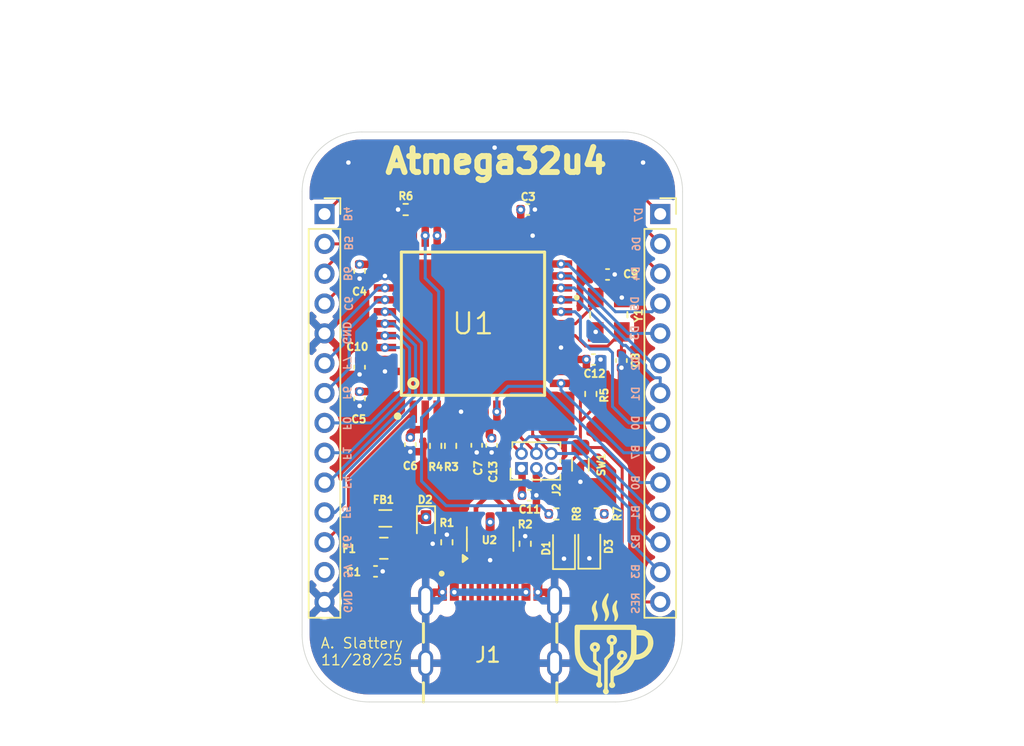
<source format=kicad_pcb>
(kicad_pcb (version 20241229) (generator "pcbnew") (generator_version "9.0")
  (layers (0 "F.Cu" signal) (4 "In1.Cu" signal) (6 "In2.Cu" signal) (2 "B.Cu" signal) (13 "F.Paste" user) (15 "B.Paste" user) (5 "F.SilkS" user "F.Silkscreen") (7 "B.SilkS" user "B.Silkscreen") (1 "F.Mask" user) (3 "B.Mask" user) (25 "Edge.Cuts" user))
  (net 0 "")
  (net 1 "GND")
  (net 2 "Net-(C1-Pad1)")
  (net 3 "MCU_5V")
  (net 4 "Net-(U1-UCAP)")
  (net 5 "Xin")
  (net 6 "Xout")
  (net 7 "Net-(U1-AREF)")
  (net 8 "Net-(D3-A)")
  (net 9 "/VBUS")
  (net 12 "Net-(J1-CC1)")
  (net 13 "Net-(J1-CC2)")
  (net 14 "SCL")
  (net 15 "MOSI")
  (net 16 "/PD2")
  (net 17 "/PB7")
  (net 18 "/PD0")
  (net 19 "/PB4")
  (net 20 "/PB0")
  (net 21 "/PD3")
  (net 22 "/PB5")
  (net 23 "/PB6")
  (net 24 "/PC7")
  (net 25 "MISO")
  (net 26 "/PD1")
  (net 27 "/PC6")
  (net 28 "/PF4")
  (net 29 "/PE6")
  (net 30 "/PD4")
  (net 31 "/PD7")
  (net 32 "/PF5")
  (net 33 "/PD5")
  (net 34 "/PF7")
  (net 35 "/PD6")
  (net 36 "Reset")
  (net 37 "/PF6")
  (net 38 "/PF1")
  (net 39 "/PF0")
  (net 40 "Net-(U1-D+)")
  (net 41 "Net-(U1-D-)")
  (net 42 "Net-(U1-~{HWB}{slash}PE2)")
  (net 43 "Net-(J1-DP1)")
  (net 44 "Net-(J1-DN1)")
  (net 45 "/USB_P")
  (net 46 "/USB_N")
  (net 47 "Net-(D1-A)")
  (footprint "Capacitor_SMD:C_0402_1005Metric" (layer "F.Cu") (at 151.17 109.4)
    (property "Reference" "C1")
    (property "Value" "4.7u")
  )
  (footprint "Capacitor_SMD:C_0402_1005Metric" (layer "F.Cu") (at 166.72 89.5)
    (property "Reference" "C9")
    (property "Value" "22p")
  )
  (footprint "Connector_PinSocket_2.00mm:PinSocket_1x14_P2.00mm_Vertical" (layer "F.Cu") (at 170.25 85.45)
    (property "Reference" "J3" (hide yes))
    (property "Value" "Conn_01x14_Pin")
  )
  (footprint "Footprints:PlaceHolder_Logo" (layer "F.Cu") (at 166.764568 114.226154)
    (property "Reference" "G***" (hide yes))
    (property "Value" "LOGO" (hide yes))
  )
  (footprint "Capacitor_SMD:C_0402_1005Metric" (layer "F.Cu") (at 150.1 97.83 -90)
    (property "Reference" "C5")
    (property "Value" "0.1u")
  )
  (footprint "Resistor_SMD:R_0402_1005Metric" (layer "F.Cu") (at 155.95 107.45 -90)
    (property "Reference" "R1")
    (property "Value" "5.1k")
  )
  (footprint "Connector_PinHeader_1.00mm:PinHeader_2x03_P1.00mm_Vertical" (layer "F.Cu") (at 160.95 102.5 90)
    (property "Reference" "J2")
    (property "Value" "ICSP HEader 2x3")
  )
  (footprint "LED_SMD:LED_0603_1608Metric" (layer "F.Cu") (at 163.8 107.7625 90)
    (property "Reference" "D1")
    (property "Value" "YY0603RE-RN2S1-T2AR4")
  )
  (footprint "Footprints:GCT_USB4105-GF-A" (layer "F.Cu") (at 158.85 115.55)
    (property "Reference" "J1")
    (property "Value" "USB4105-GF-A")
  )
  (footprint "Resistor_SMD:R_0402_1005Metric" (layer "F.Cu") (at 161.2 107.55 90)
    (property "Reference" "R2")
    (property "Value" "5.1k")
  )
  (footprint "Capacitor_SMD:C_0402_1005Metric" (layer "F.Cu") (at 161.37 85.15)
    (property "Reference" "C3")
    (property "Value" "0.1u")
  )
  (footprint "Inductor_SMD:L_0805_2012Metric_Pad1.05x1.20mm_HandSolder" (layer "F.Cu") (at 151.825 105.85)
    (property "Reference" "FB1")
    (property "Value" "HI0603N300R-10")
  )
  (footprint "Fuse:Fuse_0805_2012Metric_Pad1.15x1.40mm_HandSolder" (layer "F.Cu") (at 151.725 107.85 180)
    (property "Reference" "F1")
    (property "Value" "Polyfuse")
  )
  (footprint "LED_SMD:LED_0603_1608Metric" (layer "F.Cu") (at 165.5 107.7375 90)
    (property "Reference" "D3")
    (property "Value" "YY0603RE-RN2S1-T2AR4")
  )
  (footprint "Inductor_SMD:L_0805_2012Metric_Pad1.05x1.20mm_HandSolder" (layer "F.Cu") (at 164.9 102.25 90)
    (property "Reference" "SW1")
    (property "Value" "1825910-6")
  )
  (footprint "Resistor_SMD:R_0402_1005Metric" (layer "F.Cu") (at 153.19 85.15)
    (property "Reference" "R6")
    (property "Value" "10K")
  )
  (footprint "Resistor_SMD:R_0402_1005Metric" (layer "F.Cu") (at 165.6 97.51 -90)
    (property "Reference" "R5")
    (property "Value" "10K")
  )
  (footprint "Footprints:QFP80P1200X1200X120-44N" (layer "F.Cu") (at 157.7 92.8 90)
    (property "Reference" "U1")
    (property "Value" "ATmega32U4-A")
  )
  (footprint "Capacitor_SMD:C_0402_1005Metric" (layer "F.Cu") (at 150.1 95.72 90)
    (property "Reference" "C10")
    (property "Value" "0.1u")
  )
  (footprint "Capacitor_SMD:C_0402_1005Metric" (layer "F.Cu") (at 150.1 89.3 -90)
    (property "Reference" "C4")
    (property "Value" "0.1u")
  )
  (footprint "Package_TO_SOT_SMD:SOT-23-6" (layer "F.Cu") (at 158.85 107.2375 90)
    (property "Reference" "U2")
    (property "Value" "USBLC6-2SC6")
  )
  (footprint "Capacitor_SMD:C_0402_1005Metric" (layer "F.Cu") (at 157.95 100.95 -90)
    (property "Reference" "C7")
    (property "Value" "1u")
  )
  (footprint "Footprints:XTAL_ABM8-16.000MHZ-10-1-U-T" (layer "F.Cu") (at 166.8 92.2)
    (property "Reference" "Y1")
    (property "Value" "ABM8-16.000MHZ-10-1-U-T")
  )
  (footprint "Capacitor_SMD:C_0402_1005Metric" (layer "F.Cu") (at 158.95 100.95 -90)
    (property "Reference" "C13")
    (property "Value" "0.1u")
  )
  (footprint "Diode_SMD:Nexperia_DSN1608-2_1.6x0.8mm" (layer "F.Cu") (at 154.55 106.05 -90)
    (property "Reference" "D2")
    (property "Value" "PTVS5V0Z1USK")
  )
  (footprint "Resistor_SMD:R_0402_1005Metric" (layer "F.Cu") (at 165.99 105.55 180)
    (property "Reference" "R7")
    (property "Value" "1K")
  )
  (footprint "Resistor_SMD:R_0402_1005Metric" (layer "F.Cu") (at 163.29 105.55)
    (property "Reference" "R8")
    (property "Value" "1K")
  )
  (footprint "Resistor_SMD:R_0402_1005Metric" (layer "F.Cu") (at 156.2 100.99 90)
    (property "Reference" "R3")
    (property "Value" "22")
  )
  (footprint "Capacitor_SMD:C_0402_1005Metric" (layer "F.Cu") (at 161.47 104.3)
    (property "Reference" "C11")
    (property "Value" "0.1u")
  )
  (footprint "Capacitor_SMD:C_0402_1005Metric" (layer "F.Cu") (at 165.77 95.2)
    (property "Reference" "C12")
    (property "Value" "0.1u")
  )
  (footprint "Resistor_SMD:R_0402_1005Metric" (layer "F.Cu") (at 155.2 100.99 90)
    (property "Reference" "R4")
    (property "Value" "22")
  )
  (footprint "Connector_PinSocket_2.00mm:PinSocket_1x14_P2.00mm_Vertical" (layer "F.Cu") (at 147.75 85.45)
    (property "Reference" "J4" (hide yes))
    (property "Value" "Conn_01x14_Pin")
  )
  (footprint "Capacitor_SMD:C_0402_1005Metric" (layer "F.Cu") (at 167.65 95.27 -90)
    (property "Reference" "C8")
    (property "Value" "22p")
  )
  (footprint "Capacitor_SMD:C_0402_1005Metric" (layer "F.Cu") (at 153.5 100.9 -90)
    (property "Reference" "C6")
    (property "Value" "0.1u")
  )
  (gr_line (start 171.75 113.65) (end 171.75 83.95) (stroke (width 0.05)) (layer "Edge.Cuts"))
  (gr_arc (start 150.75 118.15) (mid 147.568019 116.831981) (end 146.25 113.65) (stroke (width 0.05)) (layer "Edge.Cuts"))
  (gr_arc (start 171.75 113.65) (mid 170.431981 116.831981) (end 167.25 118.15) (stroke (width 0.05)) (layer "Edge.Cuts"))
  (gr_line (start 150.25 79.95) (end 167.75 79.95) (stroke (width 0.05)) (layer "Edge.Cuts"))
  (gr_arc (start 167.75 79.95) (mid 170.578427 81.121573) (end 171.75 83.95) (stroke (width 0.05)) (layer "Edge.Cuts"))
  (gr_line (start 167.25 118.15) (end 150.75 118.15) (stroke (width 0.05)) (layer "Edge.Cuts"))
  (gr_arc (start 146.25 83.95) (mid 147.421573 81.121573) (end 150.25 79.95) (stroke (width 0.05)) (layer "Edge.Cuts"))
  (gr_line (start 146.25 113.65) (end 146.25 83.95) (stroke (width 0.05)) (layer "Edge.Cuts"))
  (gr_text "Atmega32u4" (at 159.25 82.85 0) (layer "F.SilkS") (effects (font (size 1.6 1.6) (thickness 0.4) (bold yes)) (justify bottom)))
  (gr_text "A. Slattery\n11/28/25" (at 150.25 115.75 0) (layer "F.SilkS") (effects (font (size 0.7 0.7) (thickness 0.0875)) (justify bottom)))
  (gr_text "GND" (at 149 112.25 270) (layer "B.SilkS") (effects (font (size 0.5 0.5) (thickness 0.1) (bold yes)) (justify left bottom mirror)))
  (gr_text "B4\n" (at 149 86 270) (layer "B.SilkS") (effects (font (size 0.5 0.5) (thickness 0.1) (bold yes)) (justify left bottom mirror)))
  (gr_text "F0" (at 148.95 100 270) (layer "B.SilkS") (effects (font (size 0.5 0.5) (thickness 0.1) (bold yes)) (justify left bottom mirror)))
  (gr_text "D7" (at 169.1 84.95 90) (layer "B.SilkS") (effects (font (size 0.5 0.5) (thickness 0.1) (bold yes)) (justify left bottom mirror)))
  (gr_text "B3" (at 168.9 108.85 90) (layer "B.SilkS") (effects (font (size 0.5 0.5) (thickness 0.1) (bold yes)) (justify left bottom mirror)))
  (gr_text "D5" (at 168.85 90.9 90) (layer "B.SilkS") (effects (font (size 0.5 0.5) (thickness 0.1) (bold yes)) (justify left bottom mirror)))
  (gr_text "B2" (at 168.9 106.85 90) (layer "B.SilkS") (effects (font (size 0.5 0.5) (thickness 0.1) (bold yes)) (justify left bottom mirror)))
  (gr_text "F6" (at 148.95 97.95 270) (layer "B.SilkS") (effects (font (size 0.5 0.5) (thickness 0.1) (bold yes)) (justify left bottom mirror)))
  (gr_text "B0" (at 168.9 102.9 90) (layer "B.SilkS") (effects (font (size 0.5 0.5) (thickness 0.1) (bold yes)) (justify left bottom mirror)))
  (gr_text "B5" (at 149.05 87.95 270) (layer "B.SilkS") (effects (font (size 0.5 0.5) (thickness 0.1) (bold yes)) (justify left bottom mirror)))
  (gr_text "D2" (at 168.9 94.9 90) (layer "B.SilkS") (effects (font (size 0.5 0.5) (thickness 0.1) (bold yes)) (justify left bottom mirror)))
  (gr_text "5V" (at 149 109.9 270) (layer "B.SilkS") (effects (font (size 0.5 0.5) (thickness 0.1) (bold yes)) (justify left bottom mirror)))
  (gr_text "D6" (at 168.95 86.9 90) (layer "B.SilkS") (effects (font (size 0.5 0.5) (thickness 0.1) (bold yes)) (justify left bottom mirror)))
  (gr_text "B7" (at 168.9 100.85 90) (layer "B.SilkS") (effects (font (size 0.5 0.5) (thickness 0.1) (bold yes)) (justify left bottom mirror)))
  (gr_text "F1" (at 148.95 102 270) (layer "B.SilkS") (effects (font (size 0.5 0.5) (thickness 0.1) (bold yes)) (justify left bottom mirror)))
  (gr_text "F4" (at 148.95 103.95 270) (layer "B.SilkS") (effects (font (size 0.5 0.5) (thickness 0.1) (bold yes)) (justify left bottom mirror)))
  (gr_text "D4" (at 168.9 88.9 90) (layer "B.SilkS") (effects (font (size 0.5 0.5) (thickness 0.1) (bold yes)) (justify left bottom mirror)))
  (gr_text "D3" (at 168.85 92.85 90) (layer "B.SilkS") (effects (font (size 0.5 0.5) (thickness 0.1) (bold yes)) (justify left bottom mirror)))
  (gr_text "RES" (at 168.9 110.75 90) (layer "B.SilkS") (effects (font (size 0.5 0.5) (thickness 0.1) (bold yes)) (justify left bottom mirror)))
  (gr_text "E6" (at 148.95 107.95 270) (layer "B.SilkS") (effects (font (size 0.5 0.5) (thickness 0.1) (bold yes)) (justify left bottom mirror)))
  (gr_text "F5" (at 148.9 105.95 270) (layer "B.SilkS") (effects (font (size 0.5 0.5) (thickness 0.1) (bold yes)) (justify left bottom mirror)))
  (gr_text "D0" (at 168.9 98.9 90) (layer "B.SilkS") (effects (font (size 0.5 0.5) (thickness 0.1) (bold yes)) (justify left bottom mirror)))
  (gr_text "D1" (at 168.9 96.95 90) (layer "B.SilkS") (effects (font (size 0.5 0.5) (thickness 0.1) (bold yes)) (justify left bottom mirror)))
  (gr_text "C6" (at 149.05 92 270) (layer "B.SilkS") (effects (font (size 0.5 0.5) (thickness 0.1) (bold yes)) (justify left bottom mirror)))
  (gr_text "GND" (at 148.95 94.25 270) (layer "B.SilkS") (effects (font (size 0.5 0.5) (thickness 0.1) (bold yes)) (justify left bottom mirror)))
  (gr_text "F7" (at 148.95 95.95 270) (layer "B.SilkS") (effects (font (size 0.5 0.5) (thickness 0.1) (bold yes)) (justify left bottom mirror)))
  (gr_text "B6" (at 149 90 270) (layer "B.SilkS") (effects (font (size 0.5 0.5) (thickness 0.1) (bold yes)) (justify left bottom mirror)))
  (gr_text "B1" (at 168.9 104.9 90) (layer "B.SilkS") (effects (font (size 0.5 0.5) (thickness 0.1) (bold yes)) (justify left bottom mirror)))
  (segment (start 161.99 102.54) (end 161.95 102.5) (width 0.2) (layer "F.Cu") (net 1))
  (segment (start 155.65 110.795) (end 155.105 110.795) (width 0.5) (layer "F.Cu") (net 1))
  (segment (start 155 107.55) (end 155 107.4) (width 0.4) (layer "F.Cu") (net 1))
  (segment (start 162.595 110.795) (end 163.17 111.37) (width 0.5) (layer "F.Cu") (net 1))
  (segment (start 154.55 106.95) (end 154.55 106.65) (width 0.4) (layer "F.Cu") (net 1))
  (segment (start 155 107.4) (end 154.55 106.95) (width 0.4) (layer "F.Cu") (net 1))
  (segment (start 155.105 110.795) (end 154.53 111.37) (width 0.5) (layer "F.Cu") (net 1))
  (segment (start 161.95 104.3) (end 161.95 102.5) (width 0.5) (layer "F.Cu") (net 1))
  (segment (start 162.05 110.795) (end 162.595 110.795) (width 0.5) (layer "F.Cu") (net 1))
  (via (at 149.35 82) (size 0.6) (drill 0.3) (layers "F.Cu" "B.Cu") (net 1))
  (via (at 156.9 98.7) (size 0.6) (drill 0.3) (layers "F.Cu" "B.Cu") (net 1))
  (via (at 161.85 85.15) (size 0.6) (drill 0.3) (layers "F.Cu" "B.Cu") (net 1))
  (via (at 152.68 85.15) (size 0.6) (drill 0.3) (layers "F.Cu" "B.Cu") (net 1))
  (via (at 151.8 89.6) (size 0.6) (drill 0.3) (layers "F.Cu" "B.Cu") (net 1))
  (via (at 151.8 96) (size 0.6) (drill 0.3) (layers "F.Cu" "B.Cu") (net 1))
  (via (at 161.95 104.3) (size 0.6) (drill 0.3) (layers "F.Cu" "B.Cu") (net 1))
  (via (at 155 107.55) (size 0.6) (drill 0.3) (layers "F.Cu" "B.Cu") (net 1))
  (via (at 166.25 95.2) (size 0.6) (drill 0.3) (layers "F.Cu" "B.Cu") (net 1))
  (via (at 155.65 110.795) (size 0.6) (drill 0.3) (layers "F.Cu" "B.Cu") (net 1))
  (via (at 153.5 101.38) (size 0.6) (drill 0.3) (layers "F.Cu" "B.Cu") (net 1))
  (via (at 150.1 98.31) (size 0.6) (drill 0.3) (layers "F.Cu" "B.Cu") (net 1))
  (via (at 158.85 108.65) (size 0.6) (drill 0.3) (layers "F.Cu" "B.Cu") (net 1))
  (via (at 167.675 91.05) (size 0.6) (drill 0.3) (layers "F.Cu" "B.Cu") (net 1))
  (via (at 167.2 89.5) (size 0.6) (drill 0.3) (layers "F.Cu" "B.Cu") (net 1))
  (via (at 159.15 81) (size 0.6) (drill 0.3) (layers "F.Cu" "B.Cu") (net 1))
  (via (at 165.5 108.525) (size 0.6) (drill 0.3) (layers "F.Cu" "B.Cu") (net 1))
  (via (at 155.95 106.94) (size 0.6) (drill 0.3) (layers "F.Cu" "B.Cu") (net 1))
  (via (at 164.9 103.4) (size 0.6) (drill 0.3) (layers "F.Cu" "B.Cu") (net 1))
  (via (at 157.95 101.43) (size 0.6) (drill 0.3) (layers "F.Cu" "B.Cu") (net 1))
  (via (at 151.65 109.4) (size 0.6) (drill 0.3) (layers "F.Cu" "B.Cu") (net 1))
  (via (at 163.8 108.55) (size 0.6) (drill 0.3) (layers "F.Cu" "B.Cu") (net 1))
  (via (at 162.05 110.795) (size 0.6) (drill 0.3) (layers "F.Cu" "B.Cu") (net 1))
  (via (at 150.1 96.2) (size 0.6) (drill 0.3) (layers "F.Cu" "B.Cu") (net 1))
  (via (at 161.7 86.9) (size 0.6) (drill 0.3) (layers "F.Cu" "B.Cu") (net 1))
  (via (at 163.6 94.4) (size 0.6) (drill 0.3) (layers "F.Cu" "B.Cu") (net 1))
  (via (at 167.65 95.75) (size 0.6) (drill 0.3) (layers "F.Cu" "B.Cu") (net 1))
  (via (at 150.1 89.78) (size 0.6) (drill 0.3) (layers "F.Cu" "B.Cu") (net 1))
  (via (at 158.95 101.43) (size 0.6) (drill 0.3) (layers "F.Cu" "B.Cu") (net 1))
  (via (at 165.925 93.35) (size 0.6) (drill 0.3) (layers "F.Cu" "B.Cu") (net 1))
  (via (at 161.2 107.04) (size 0.6) (drill 0.3) (layers "F.Cu" "B.Cu") (net 1))
  (via (at 169.1 82) (size 0.6) (drill 0.3) (layers "F.Cu" "B.Cu") (net 1))
  (segment (start 162.15 104.3) (end 162 104.15) (width 0.5) (layer "B.Cu") (net 1))
  (segment (start 162.04 104.19) (end 162 104.15) (width 0.5) (layer "B.Cu") (net 1))
  (segment (start 150.69 107.86) (end 150.7 107.85) (width 0.5) (layer "F.Cu") (net 2))
  (segment (start 150.69 109.4) (end 150.69 107.86) (width 0.5) (layer "F.Cu") (net 2))
  (segment (start 150.7 105.875) (end 150.675 105.85) (width 0.2) (layer "F.Cu") (net 2))
  (segment (start 150.7 107.85) (end 150.7 105.875) (width 0.5) (layer "F.Cu") (net 2))
  (segment (start 165.3 95.2) (end 163.6 95.2) (width 0.5) (layer "F.Cu") (net 3))
  (segment (start 150.1 88.82) (end 151.78 88.82) (width 0.5) (layer "F.Cu") (net 3))
  (segment (start 154.5 99.67) (end 154.5 98.7) (width 0.5) (layer "F.Cu") (net 3))
  (segment (start 158.8 99.9) (end 158.5 99.6) (width 0.5) (layer "F.Cu") (net 3))
  (segment (start 151.78 88.82) (end 151.8 88.8) (width 0.5) (layer "F.Cu") (net 3))
  (segment (start 153.5 100.42) (end 153.5 100.15) (width 0.5) (layer "F.Cu") (net 3))
  (segment (start 152.975 105.85) (end 154.465 105.85) (width 0.5) (layer "F.Cu") (net 3))
  (segment (start 153.75 99.9) (end 154.27 99.9) (width 0.5) (layer "F.Cu") (net 3))
  (segment (start 153.5 100.15) (end 153.75 99.9) (width 0.5) (layer "F.Cu") (net 3))
  (segment (start 165.3 95.8) (end 165.3 95.2) (width 0.5) (layer "F.Cu") (net 3))
  (segment (start 154.27 99.9) (end 154.5 99.67) (width 0.5) (layer "F.Cu") (net 3))
  (segment (start 165.4 95.9) (end 165.3 95.8) (width 0.5) (layer "F.Cu") (net 3))
  (segment (start 158.5 99.6) (end 158.5 98.7) (width 0.5) (layer "F.Cu") (net 3))
  (segment (start 158.95 100.47) (end 158.8 100.32) (width 0.5) (layer "F.Cu") (net 3))
  (segment (start 154.465 105.85) (end 154.55 105.765) (width 0.5) (layer "F.Cu") (net 3))
  (segment (start 158.8 100.32) (end 158.8 99.9) (width 0.5) (layer "F.Cu") (net 3))
  (segment (start 151.25 97.35) (end 151.8 96.8) (width 0.5) (layer "F.Cu") (net 3))
  (segment (start 165.6 96.1) (end 165.6 97) (width 0.5) (layer "F.Cu") (net 3))
  (segment (start 165.4 95.9) (end 165.6 96.1) (width 0.5) (layer "F.Cu") (net 3))
  (segment (start 160.9 85.16) (end 160.9 86.9) (width 0.5) (layer "F.Cu") (net 3))
  (segment (start 150.1 97.35) (end 151.25 97.35) (width 0.5) (layer "F.Cu") (net 3))
  (segment (start 160.99 104.3) (end 160.99 102.54) (width 0.5) (layer "F.Cu") (net 3))
  (via (at 158.85 106.1) (size 0.6) (drill 0.3) (layers "F.Cu" "B.Cu") (net 3))
  (via (at 150.1 88.82) (size 0.6) (drill 0.3) (layers "F.Cu" "B.Cu") (net 3))
  (via (at 158.95 100.47) (size 0.6) (drill 0.3) (layers "F.Cu" "B.Cu") (net 3))
  (via (at 160.9 85.16) (size 0.6) (drill 0.3) (layers "F.Cu" "B.Cu") (net 3))
  (via (at 153.5 100.42) (size 0.6) (drill 0.3) (layers "F.Cu" "B.Cu") (net 3))
  (via (at 160.99 104.3) (size 0.6) (drill 0.3) (layers "F.Cu" "B.Cu") (net 3))
  (via (at 150.1 97.35) (size 0.6) (drill 0.3) (layers "F.Cu" "B.Cu") (net 3))
  (via (at 166.5 105.55) (size 0.6) (drill 0.3) (layers "F.Cu" "B.Cu") (net 3))
  (via (at 165.3 95.2) (size 0.6) (drill 0.3) (layers "F.Cu" "B.Cu") (net 3))
  (via (at 154.55 105.765) (size 0.6) (drill 0.3) (layers "F.Cu" "B.Cu") (net 3))
  (segment (start 157.95 100.05) (end 157.7 99.8) (width 0.5) (layer "F.Cu") (net 4))
  (segment (start 157.95 100.47) (end 157.95 100.05) (width 0.5) (layer "F.Cu") (net 4))
  (segment (start 157.7 99.8) (end 157.7 98.7) (width 0.5) (layer "F.Cu") (net 4))
  (segment (start 164.573 92.8) (end 165.8 91.573) (width 0.2) (layer "F.Cu") (net 5))
  (segment (start 166.24 90.735) (end 165.925 91.05) (width 0.2) (layer "F.Cu") (net 5))
  (segment (start 163.6 92.8) (end 164.573 92.8) (width 0.2) (layer "F.Cu") (net 5))
  (segment (start 165.8 91.573) (end 165.8 91.05) (width 0.2) (layer "F.Cu") (net 5))
  (segment (start 166.24 89.5) (end 166.24 90.735) (width 0.2) (layer "F.Cu") (net 5))
  (segment (start 167.65 93.375) (end 167.675 93.35) (width 0.2) (layer "F.Cu") (net 6))
  (segment (start 166.724 94.301) (end 167.675 93.35) (width 0.2) (layer "F.Cu") (net 6))
  (segment (start 163.6 93.6) (end 164.55 93.6) (width 0.2) (layer "F.Cu") (net 6))
  (segment (start 165.251 94.301) (end 166.724 94.301) (width 0.2) (layer "F.Cu") (net 6))
  (segment (start 164.55 93.6) (end 165.251 94.301) (width 0.2) (layer "F.Cu") (net 6))
  (segment (start 167.65 94.79) (end 167.65 93.375) (width 0.2) (layer "F.Cu") (net 6))
  (segment (start 150.15 95.24) (end 151.76 95.24) (width 0.5) (layer "F.Cu") (net 7))
  (segment (start 151.76 95.24) (end 151.8 95.2) (width 0.5) (layer "F.Cu") (net 7))
  (segment (start 165.5 106.95) (end 165.5 105.55) (width 0.5) (layer "F.Cu") (net 8))
  (segment (start 155.38 108.95) (end 154.6 108.95) (width 0.5) (layer "F.Cu") (net 9))
  (segment (start 156.45 110.795) (end 156.45 110.02) (width 0.5) (layer "F.Cu") (net 9))
  (segment (start 154.6 108.95) (end 153.5 107.85) (width 0.5) (layer "F.Cu") (net 9))
  (segment (start 153.5 107.85) (end 152.75 107.85) (width 0.5) (layer "F.Cu") (net 9))
  (segment (start 156.45 110.02) (end 155.38 108.95) (width 0.5) (layer "F.Cu") (net 9))
  (via (at 156.45 110.795) (size 0.6) (drill 0.3) (layers "F.Cu" "B.Cu") (net 9))
  (via (at 161.25 110.795) (size 0.6) (drill 0.3) (layers "F.Cu" "B.Cu") (net 9))
  (segment (start 156.45 110.795) (end 161.25 110.795) (width 0.5) (layer "B.Cu") (net 9))
  (segment (start 157.6 110.795) (end 157.6 110.13355) (width 0.2) (layer "F.Cu") (net 12))
  (segment (start 155.95 108.740768) (end 155.95 107.96) (width 0.2) (layer "F.Cu") (net 12))
  (segment (start 157.6 110.13355) (end 157.16645 109.7) (width 0.2) (layer "F.Cu") (net 12))
  (segment (start 156.909232 109.7) (end 155.95 108.740768) (width 0.2) (layer "F.Cu") (net 12))
  (segment (start 157.16645 109.7) (end 156.909232 109.7) (width 0.2) (layer "F.Cu") (net 12))
  (segment (start 160.6 109) (end 161.2 108.4) (width 0.2) (layer "F.Cu") (net 13))
  (segment (start 160.6 110.795) (end 160.6 109) (width 0.2) (layer "F.Cu") (net 13))
  (segment (start 161.2 108.4) (end 161.2 108.06) (width 0.2) (layer "F.Cu") (net 13))
  (segment (start 160.1 100.65) (end 160.95 101.5) (width 0.2) (layer "F.Cu") (net 14))
  (segment (start 160.1 98.7) (end 160.1 100.65) (width 0.2) (layer "F.Cu") (net 14))
  (segment (start 160.95 101.5) (end 160.95 100.89896) (width 0.2) (layer "B.Cu") (net 14))
  (segment (start 169.75 105.45) (end 170.25 105.45) (width 0.2) (layer "B.Cu") (net 14))
  (segment (start 161.47596 100.373) (end 164.673 100.373) (width 0.2) (layer "B.Cu") (net 14))
  (segment (start 160.95 100.89896) (end 161.47596 100.373) (width 0.2) (layer "B.Cu") (net 14))
  (segment (start 164.673 100.373) (end 169.75 105.45) (width 0.2) (layer "B.Cu") (net 14))
  (segment (start 161.95 101.47328) (end 161.95 101.5) (width 0.2) (layer "F.Cu") (net 15))
  (segment (start 161.91 101.46) (end 161.95 101.5) (width 0.2) (layer "F.Cu") (net 15))
  (segment (start 160.9 98.7) (end 160.9 100.42328) (width 0.2) (layer "F.Cu") (net 15))
  (segment (start 160.9 100.42328) (end 161.95 101.47328) (width 0.2) (layer "F.Cu") (net 15))
  (segment (start 168.75 106.55) (end 169.65 107.45) (width 0.2) (layer "B.Cu") (net 15))
  (segment (start 164.374 100.774) (end 168.75 105.15) (width 0.2) (layer "B.Cu") (net 15))
  (segment (start 169.65 107.45) (end 170.25 107.45) (width 0.2) (layer "B.Cu") (net 15))
  (segment (start 161.95 100.89896) (end 162.07496 100.774) (width 0.2) (layer "B.Cu") (net 15))
  (segment (start 168.75 105.15) (end 168.75 106.55) (width 0.2) (layer "B.Cu") (net 15))
  (segment (start 162.07496 100.774) (end 164.374 100.774) (width 0.2) (layer "B.Cu") (net 15))
  (segment (start 161.95 101.5) (end 161.95 100.89896) (width 0.2) (layer "B.Cu") (net 15))
  (via (at 163.6 90.4) (size 0.6) (drill 0.3) (layers "F.Cu" "B.Cu") (net 16))
  (segment (start 167.9339 93.851) (end 168.101 93.851) (width 0.2) (layer "B.Cu") (net 16))
  (segment (start 168.101 93.851) (end 169.7 95.45) (width 0.2) (layer "B.Cu") (net 16))
  (segment (start 163.6 90.4) (end 164.4829 90.4) (width 0.2) (layer "B.Cu") (net 16))
  (segment (start 164.4829 90.4) (end 167.9339 93.851) (width 0.2) (layer "B.Cu") (net 16))
  (segment (start 169.7 95.45) (end 170.25 95.45) (width 0.2) (layer "B.Cu") (net 16))
  (via (at 163.6 96.8) (size 0.6) (drill 0.3) (layers "F.Cu" "B.Cu") (net 17))
  (segment (start 167.8 101.45) (end 170.25 101.45) (width 0.2) (layer "B.Cu") (net 17))
  (segment (start 163.6 97.25) (end 167.8 101.45) (width 0.2) (layer "B.Cu") (net 17))
  (segment (start 163.6 96.8) (end 163.6 97.25) (width 0.2) (layer "B.Cu") (net 17))
  (via (at 163.6 92) (size 0.6) (drill 0.3) (layers "F.Cu" "B.Cu") (net 18))
  (segment (start 164.9 92.35) (end 164.9 93.85) (width 0.2) (layer "B.Cu") (net 18))
  (segment (start 165.55 94.5) (end 166.8 94.5) (width 0.2) (layer "B.Cu") (net 18))
  (segment (start 164.55 92) (end 164.9 92.35) (width 0.2) (layer "B.Cu") (net 18))
  (segment (start 167.05 98.35) (end 168.15 99.45) (width 0.2) (layer "B.Cu") (net 18))
  (segment (start 167.05 94.75) (end 167.05 98.35) (width 0.2) (layer "B.Cu") (net 18))
  (segment (start 163.6 92) (end 164.55 92) (width 0.2) (layer "B.Cu") (net 18))
  (segment (start 168.15 99.45) (end 170.25 99.45) (width 0.2) (layer "B.Cu") (net 18))
  (segment (start 166.8 94.5) (end 167.05 94.75) (width 0.2) (layer "B.Cu") (net 18))
  (segment (start 164.9 93.85) (end 165.55 94.5) (width 0.2) (layer "B.Cu") (net 18))
  (segment (start 157.7 85.95) (end 155.298 83.548) (width 0.2) (layer "F.Cu") (net 19))
  (segment (start 157.7 86.9) (end 157.7 85.95) (width 0.2) (layer "F.Cu") (net 19))
  (segment (start 155.298 83.548) (end 149.652 83.548) (width 0.2) (layer "F.Cu") (net 19))
  (segment (start 149.652 83.548) (end 147.75 85.45) (width 0.2) (layer "F.Cu") (net 19))
  (via (at 159.3 98.7) (size 0.6) (drill 0.3) (layers "F.Cu" "B.Cu") (net 20))
  (segment (start 159.3 98.7) (end 159.3 97.75) (width 0.2) (layer "B.Cu") (net 20))
  (segment (start 162.45 97) (end 168.9 103.45) (width 0.2) (layer "B.Cu") (net 20))
  (segment (start 160.05 97) (end 162.45 97) (width 0.2) (layer "B.Cu") (net 20))
  (segment (start 168.9 103.45) (end 170.25 103.45) (width 0.2) (layer "B.Cu") (net 20))
  (segment (start 159.3 97.75) (end 160.05 97) (width 0.2) (layer "B.Cu") (net 20))
  (via (at 163.6 89.6) (size 0.6) (drill 0.3) (layers "F.Cu" "B.Cu") (net 21))
  (segment (start 168.1 93.45) (end 170.25 93.45) (width 0.2) (layer "B.Cu") (net 21))
  (segment (start 164.25 89.6) (end 168.1 93.45) (width 0.2) (layer "B.Cu") (net 21))
  (segment (start 163.6 89.6) (end 164.25 89.6) (width 0.2) (layer "B.Cu") (net 21))
  (segment (start 149.999 85.3339) (end 149.999 86.201) (width 0.2) (layer "F.Cu") (net 22))
  (segment (start 154.751 83.949) (end 151.3839 83.949) (width 0.2) (layer "F.Cu") (net 22))
  (segment (start 148.25 87.45) (end 147.75 87.45) (width 0.2) (layer "F.Cu") (net 22))
  (segment (start 156.9 86.098) (end 154.751 83.949) (width 0.2) (layer "F.Cu") (net 22))
  (segment (start 151.3839 83.949) (end 149.999 85.3339) (width 0.2) (layer "F.Cu") (net 22))
  (segment (start 156.9 86.9) (end 156.9 86.098) (width 0.2) (layer "F.Cu") (net 22))
  (segment (start 148.75 87.45) (end 147.75 87.45) (width 0.2) (layer "F.Cu") (net 22))
  (segment (start 149.999 86.201) (end 148.75 87.45) (width 0.2) (layer "F.Cu") (net 22))
  (segment (start 150.4 85.5) (end 151.55 84.35) (width 0.2) (layer "F.Cu") (net 23))
  (segment (start 147.75 89.45) (end 147.75 89.15) (width 0.2) (layer "F.Cu") (net 23))
  (segment (start 147.75 89.15) (end 150.4 86.5) (width 0.2) (layer "F.Cu") (net 23))
  (segment (start 156.1 86.098) (end 156.1 86.9) (width 0.2) (layer "F.Cu") (net 23))
  (segment (start 150.4 86.5) (end 150.4 85.5) (width 0.2) (layer "F.Cu") (net 23))
  (segment (start 151.55 84.35) (end 154.352 84.35) (width 0.2) (layer "F.Cu") (net 23))
  (segment (start 154.352 84.35) (end 156.1 86.098) (width 0.2) (layer "F.Cu") (net 23))
  (via (at 154.5 86.9) (size 0.6) (drill 0.3) (layers "F.Cu" "B.Cu") (net 24))
  (via (at 162.78 105.55) (size 0.6) (drill 0.3) (layers "F.Cu" "B.Cu") (net 24))
  (segment (start 154.25 99.1) (end 155.4 97.95) (width 0.2) (layer "B.Cu") (net 24))
  (segment (start 162.23 105) (end 155.9 105) (width 0.2) (layer "B.Cu") (net 24))
  (segment (start 154.5 89.75) (end 154.5 86.9) (width 0.2) (layer "B.Cu") (net 24))
  (segment (start 155.4 97.95) (end 155.4 90.65) (width 0.2) (layer "B.Cu") (net 24))
  (segment (start 154.25 103.35) (end 154.25 99.1) (width 0.2) (layer "B.Cu") (net 24))
  (segment (start 155.4 90.65) (end 154.5 89.75) (width 0.2) (layer "B.Cu") (net 24))
  (segment (start 155.9 105) (end 154.25 103.35) (width 0.2) (layer "B.Cu") (net 24))
  (segment (start 162.78 105.55) (end 162.23 105) (width 0.2) (layer "B.Cu") (net 24))
  (segment (start 162.224 100.774) (end 162.25072 100.774) (width 0.2) (layer "F.Cu") (net 25))
  (segment (start 162.676 101.19928) (end 162.676 101.226) (width 0.2) (layer "F.Cu") (net 25))
  (segment (start 162.25072 100.774) (end 162.676 101.19928) (width 0.2) (layer "F.Cu") (net 25))
  (segment (start 162.676 101.226) (end 162.95 101.5) (width 0.2) (layer "F.Cu") (net 25))
  (segment (start 161.7 100.25) (end 162.224 100.774) (width 0.2) (layer "F.Cu") (net 25))
  (segment (start 161.7 98.7) (end 161.7 100.25) (width 0.2) (layer "F.Cu") (net 25))
  (segment (start 162.95 101.5) (end 164.5 101.5) (width 0.2) (layer "B.Cu") (net 25))
  (segment (start 164.5 101.5) (end 168.15 105.15) (width 0.2) (layer "B.Cu") (net 25))
  (segment (start 168.15 105.15) (end 168.15 107.35) (width 0.2) (layer "B.Cu") (net 25))
  (segment (start 168.15 107.35) (end 170.25 109.45) (width 0.2) (layer "B.Cu") (net 25))
  (via (at 163.6 91.2) (size 0.6) (drill 0.3) (layers "F.Cu" "B.Cu") (net 26))
  (segment (start 167.7678 94.252) (end 167.9349 94.252) (width 0.2) (layer "B.Cu") (net 26))
  (segment (start 169.274 95.5911) (end 169.274 95.854273) (width 0.2) (layer "B.Cu") (net 26))
  (segment (start 163.6 91.2) (end 164.7158 91.2) (width 0.2) (layer "B.Cu") (net 26))
  (segment (start 169.845727 96.426) (end 170.25 96.426) (width 0.2) (layer "B.Cu") (net 26))
  (segment (start 170.25 96.426) (end 170.25 97.45) (width 0.2) (layer "B.Cu") (net 26))
  (segment (start 169.274 95.854273) (end 169.845727 96.426) (width 0.2) (layer "B.Cu") (net 26))
  (segment (start 167.9349 94.252) (end 169.274 95.5911) (width 0.2) (layer "B.Cu") (net 26))
  (segment (start 164.7158 91.2) (end 167.7678 94.252) (width 0.2) (layer "B.Cu") (net 26))
  (segment (start 152.1 87.1) (end 150.3671 87.1) (width 0.2) (layer "F.Cu") (net 27))
  (segment (start 155.3 86.9) (end 155.3 87.702) (width 0.2) (layer "F.Cu") (net 27))
  (segment (start 155.3 87.702) (end 154.902 88.1) (width 0.2) (layer "F.Cu") (net 27))
  (segment (start 149 90.2) (end 147.75 91.45) (width 0.2) (layer "F.Cu") (net 27))
  (segment (start 150.3671 87.1) (end 149 88.4671) (width 0.2) (layer "F.Cu") (net 27))
  (segment (start 153.05 88.1) (end 153.05 88.05) (width 0.2) (layer "F.Cu") (net 27))
  (segment (start 149 88.4671) (end 149 90.2) (width 0.2) (layer "F.Cu") (net 27))
  (segment (start 153.05 88.05) (end 152.1 87.1) (width 0.2) (layer "F.Cu") (net 27))
  (segment (start 154.902 88.1) (end 153.05 88.1) (width 0.2) (layer "F.Cu") (net 27))
  (via (at 155.3 86.9) (size 0.6) (drill 0.3) (layers "F.Cu" "B.Cu") (net 27))
  (via (at 151.8 92.8) (size 0.6) (drill 0.3) (layers "F.Cu" "B.Cu") (net 28))
  (segment (start 148 103.45) (end 147.75 103.45) (width 0.2) (layer "B.Cu") (net 28))
  (segment (start 153.852 97.598) (end 148 103.45) (width 0.2) (layer "B.Cu") (net 28))
  (segment (start 152.3842 92.8) (end 153.852 94.2678) (width 0.2) (layer "B.Cu") (net 28))
  (segment (start 153.852 94.2678) (end 153.852 97.598) (width 0.2) (layer "B.Cu") (net 28))
  (segment (start 151.8 92.8) (end 152.3842 92.8) (width 0.2) (layer "B.Cu") (net 28))
  (segment (start 153.7 98.7) (end 149.35 103.05) (width 0.2) (layer "F.Cu") (net 29))
  (segment (start 149.35 103.05) (end 149.35 105.85) (width 0.2) (layer "F.Cu") (net 29))
  (segment (start 149.35 105.85) (end 147.75 107.45) (width 0.2) (layer "F.Cu") (net 29))
  (segment (start 160.1 86.9) (end 160.1 84.6) (width 0.2) (layer "F.Cu") (net 30))
  (segment (start 160.9 83.8) (end 164.6 83.8) (width 0.2) (layer "F.Cu") (net 30))
  (segment (start 164.6 83.8) (end 170.25 89.45) (width 0.2) (layer "F.Cu") (net 30))
  (segment (start 160.1 84.6) (end 160.9 83.8) (width 0.2) (layer "F.Cu") (net 30))
  (segment (start 158.5 84.35) (end 160.15 82.7) (width 0.2) (layer "F.Cu") (net 31))
  (segment (start 167.5 82.7) (end 170.25 85.45) (width 0.2) (layer "F.Cu") (net 31))
  (segment (start 160.15 82.7) (end 167.5 82.7) (width 0.2) (layer "F.Cu") (net 31))
  (segment (start 158.5 86.9) (end 158.5 84.35) (width 0.2) (layer "F.Cu") (net 31))
  (via (at 151.8 92) (size 0.6) (drill 0.3) (layers "F.Cu" "B.Cu") (net 32))
  (segment (start 149.05 104.85) (end 148.45 105.45) (width 0.2) (layer "B.Cu") (net 32))
  (segment (start 154.253 97.7641) (end 149.05 102.9671) (width 0.2) (layer "B.Cu") (net 32))
  (segment (start 151.8 92) (end 152.1513 92) (width 0.2) (layer "B.Cu") (net 32))
  (segment (start 152.1513 92) (end 154.253 94.1017) (width 0.2) (layer "B.Cu") (net 32))
  (segment (start 154.253 94.1017) (end 154.253 97.7641) (width 0.2) (layer "B.Cu") (net 32))
  (segment (start 148.45 105.45) (end 147.75 105.45) (width 0.2) (layer "B.Cu") (net 32))
  (segment (start 149.05 102.9671) (end 149.05 104.85) (width 0.2) (layer "B.Cu") (net 32))
  (via (at 163.6 88.8) (size 0.6) (drill 0.3) (layers "F.Cu" "B.Cu") (net 33))
  (segment (start 164.05 88.8) (end 167.25 92) (width 0.2) (layer "B.Cu") (net 33))
  (segment (start 163.6 88.8) (end 164.05 88.8) (width 0.2) (layer "B.Cu") (net 33))
  (segment (start 167.25 92) (end 169.7 92) (width 0.2) (layer "B.Cu") (net 33))
  (segment (start 169.7 92) (end 170.25 91.45) (width 0.2) (layer "B.Cu") (net 33))
  (via (at 151.8 90.4) (size 0.6) (drill 0.3) (layers "F.Cu" "B.Cu") (net 34))
  (segment (start 149 92.771727) (end 149 94.2) (width 0.2) (layer "B.Cu") (net 34))
  (segment (start 151.8 90.4) (end 151.371727 90.4) (width 0.2) (layer "B.Cu") (net 34))
  (segment (start 149 94.2) (end 147.75 95.45) (width 0.2) (layer "B.Cu") (net 34))
  (segment (start 151.371727 90.4) (end 149 92.771727) (width 0.2) (layer "B.Cu") (net 34))
  (segment (start 166 83.2) (end 170.25 87.45) (width 0.2) (layer "F.Cu") (net 35))
  (segment (start 159.3 84.3) (end 160.4 83.2) (width 0.2) (layer "F.Cu") (net 35))
  (segment (start 159.3 86.9) (end 159.3 84.3) (width 0.2) (layer "F.Cu") (net 35))
  (segment (start 160.4 83.2) (end 166 83.2) (width 0.2) (layer "F.Cu") (net 35))
  (segment (start 167.7 102.45) (end 167.7 110.2) (width 0.2) (layer "F.Cu") (net 36))
  (segment (start 164.9 96.35) (end 164.9 99.35) (width 0.2) (layer "F.Cu") (net 36))
  (segment (start 164.9 101.1) (end 166.35 101.1) (width 0.2) (layer "F.Cu") (net 36))
  (segment (start 164.9 101.4) (end 164.9 101.1) (width 0.2) (layer "F.Cu") (net 36))
  (segment (start 162.95 102.5) (end 163.8 102.5) (width 0.2) (layer "F.Cu") (net 36))
  (segment (start 164.9 99.35) (end 164.9 101.1) (width 0.2) (layer "F.Cu") (net 36))
  (segment (start 167.7 110.2) (end 168.95 111.45) (width 0.2) (layer "F.Cu") (net 36))
  (segment (start 163.6 96) (end 164.55 96) (width 0.2) (layer "F.Cu") (net 36))
  (segment (start 165.6 98.65) (end 164.9 99.35) (width 0.2) (layer "F.Cu") (net 36))
  (segment (start 164.55 96) (end 164.9 96.35) (width 0.2) (layer "F.Cu") (net 36))
  (segment (start 166.35 101.1) (end 167.7 102.45) (width 0.2) (layer "F.Cu") (net 36))
  (segment (start 165.6 98.02) (end 165.6 98.65) (width 0.2) (layer "F.Cu") (net 36))
  (segment (start 163.8 102.5) (end 164.9 101.4) (width 0.2) (layer "F.Cu") (net 36))
  (segment (start 168.95 111.45) (end 170.25 111.45) (width 0.2) (layer "F.Cu") (net 36))
  (via (at 151.8 91.2) (size 0.6) (drill 0.3) (layers "F.Cu" "B.Cu") (net 37))
  (segment (start 151.8 91.2) (end 151.35 91.2) (width 0.2) (layer "B.Cu") (net 37))
  (segment (start 151.35 91.2) (end 149.4 93.15) (width 0.2) (layer "B.Cu") (net 37))
  (segment (start 149.4 93.15) (end 149.4 95.8) (width 0.2) (layer "B.Cu") (net 37))
  (segment (start 149.4 95.8) (end 147.75 97.45) (width 0.2) (layer "B.Cu") (net 37))
  (via (at 151.8 93.6) (size 0.6) (drill 0.3) (layers "F.Cu" "B.Cu") (net 38))
  (segment (start 149.4171 101.45) (end 147.75 101.45) (width 0.2) (layer "B.Cu") (net 38))
  (segment (start 153.451 94.4339) (end 153.451 97.4161) (width 0.2) (layer "B.Cu") (net 38))
  (segment (start 152.6171 93.6) (end 153.451 94.4339) (width 0.2) (layer "B.Cu") (net 38))
  (segment (start 153.451 97.4161) (end 149.4171 101.45) (width 0.2) (layer "B.Cu") (net 38))
  (segment (start 151.8 93.6) (end 152.6171 93.6) (width 0.2) (layer "B.Cu") (net 38))
  (via (at 151.8 94.4) (size 0.6) (drill 0.3) (layers "F.Cu" "B.Cu") (net 39))
  (segment (start 153.05 94.6) (end 153.05 97.25) (width 0.2) (layer "B.Cu") (net 39))
  (segment (start 150.85 99.45) (end 147.75 99.45) (width 0.2) (layer "B.Cu") (net 39))
  (segment (start 151.8 94.4) (end 152.85 94.4) (width 0.2) (layer "B.Cu") (net 39))
  (segment (start 152.85 94.4) (end 153.05 94.6) (width 0.2) (layer "B.Cu") (net 39))
  (segment (start 153.05 97.25) (end 150.85 99.45) (width 0.2) (layer "B.Cu") (net 39))
  (segment (start 156.1 100.38) (end 156.2 100.48) (width 0.2) (layer "F.Cu") (net 40))
  (segment (start 156.1 98.7) (end 156.1 100.38) (width 0.3125) (layer "F.Cu") (net 40))
  (segment (start 155.3 100.38) (end 155.2 100.48) (width 0.2) (layer "F.Cu") (net 41))
  (segment (start 155.3 98.7) (end 155.3 100.38) (width 0.3125) (layer "F.Cu") (net 41))
  (segment (start 153.7 86.9) (end 153.7 85.2) (width 0.5) (layer "F.Cu") (net 42))
  (segment (start 159.6 109.968) (end 159.8 109.768) (width 0.275) (layer "F.Cu") (net 43))
  (segment (start 159.432 109.8) (end 159.6 109.968) (width 0.275) (layer "F.Cu") (net 43))
  (segment (start 158.768 109.8) (end 159.432 109.8) (width 0.275) (layer "F.Cu") (net 43))
  (segment (start 159.8 109.768) (end 159.8 108.65) (width 0.275) (layer "F.Cu") (net 43))
  (segment (start 159.6 109.968) (end 159.6 110.795) (width 0.275) (layer "F.Cu") (net 43))
  (segment (start 158.6 109.968) (end 158.768 109.8) (width 0.275) (layer "F.Cu") (net 43))
  (segment (start 158.6 110.795) (end 158.6 109.968) (width 0.275) (layer "F.Cu") (net 43))
  (segment (start 158.328 111.85) (end 158.149 111.671) (width 0.275) (layer "F.Cu") (net 44))
  (segment (start 158.1 111.622) (end 158.1 110.795) (width 0.265) (layer "F.Cu") (net 44))
  (segment (start 158.1 110.795) (end 158.1 109.8) (width 0.275) (layer "F.Cu") (net 44))
  (segment (start 159.1 110.795) (end 159.1 111.6) (width 0.265) (layer "F.Cu") (net 44))
  (segment (start 158.1 109.8) (end 157.9 109.6) (width 0.275) (layer "F.Cu") (net 44))
  (segment (start 158.149 111.671) (end 158.1 111.622) (width 0.265) (layer "F.Cu") (net 44))
  (segment (start 158.85 111.85) (end 158.328 111.85) (width 0.275) (layer "F.Cu") (net 44))
  (segment (start 159.029 111.671) (end 158.85 111.85) (width 0.275) (layer "F.Cu") (net 44))
  (segment (start 157.9 109.6) (end 157.9 108.65) (width 0.275) (layer "F.Cu") (net 44))
  (segment (start 159.1 111.6) (end 159.029 111.671) (width 0.265) (layer "F.Cu") (net 44))
  (segment (start 158.1 108.9) (end 157.85 108.65) (width 0.2) (layer "F.Cu") (net 44))
  (segment (start 159.08125 104.387499) (end 159.08125 103.563719) (width 0.3125) (layer "F.Cu") (net 45))
  (segment (start 155.93125 101.76875) (end 156.2 101.5) (width 0.3125) (layer "F.Cu") (net 45))
  (segment (start 155.93125 102.454212) (end 155.93125 101.76875) (width 0.3125) (layer "F.Cu") (net 45))
  (segment (start 159.08125 103.563719) (end 158.586281 103.06875) (width 0.3125) (layer "F.Cu") (net 45))
  (segment (start 159.8 105.106249) (end 159.08125 104.387499) (width 0.3125) (layer "F.Cu") (net 45))
  (segment (start 156.545788 103.06875) (end 155.93125 102.454212) (width 0.3125) (layer "F.Cu") (net 45))
  (segment (start 159.8 106.1) (end 159.8 105.106249) (width 0.3125) (layer "F.Cu") (net 45))
  (segment (start 158.586281 103.06875) (end 156.545788 103.06875) (width 0.3125) (layer "F.Cu") (net 45))
  (segment (start 155.46875 101.76875) (end 155.2 101.5) (width 0.3125) (layer "F.Cu") (net 46))
  (segment (start 157.9 106.1) (end 157.9 105.106249) (width 0.3125) (layer "F.Cu") (net 46))
  (segment (start 158.61875 104.387499) (end 158.61875 103.755295) (width 0.3125) (layer "F.Cu") (net 46))
  (segment (start 156.354212 103.53125) (end 155.46875 102.645788) (width 0.3125) (layer "F.Cu") (net 46))
  (segment (start 157.9 105.106249) (end 158.61875 104.387499) (width 0.3125) (layer "F.Cu") (net 46))
  (segment (start 158.61875 103.755295) (end 158.394705 103.53125) (width 0.3125) (layer "F.Cu") (net 46))
  (segment (start 155.46875 102.645788) (end 155.46875 101.76875) (width 0.3125) (layer "F.Cu") (net 46))
  (segment (start 158.394705 103.53125) (end 156.354212 103.53125) (width 0.3125) (layer "F.Cu") (net 46))
  (segment (start 163.8 105.55) (end 163.8 106.975) (width 0.5) (layer "F.Cu") (net 47))
  (zone (net 1) (net_name "GND") (layers "F.Cu" "B.Cu" "In1.Cu") (connect_pads (clearance 0.3)) (min_thickness 0.25) (fill yes (thermal_gap 0.5) (thermal_bridge_width 0.5))
    (polygon (pts (xy 146.15 74.75) (xy 146.1 120.5) (xy 171.9 120.5) (xy 171.9 74.75) (xy 146.2 74.7)))
  )
)
</source>
